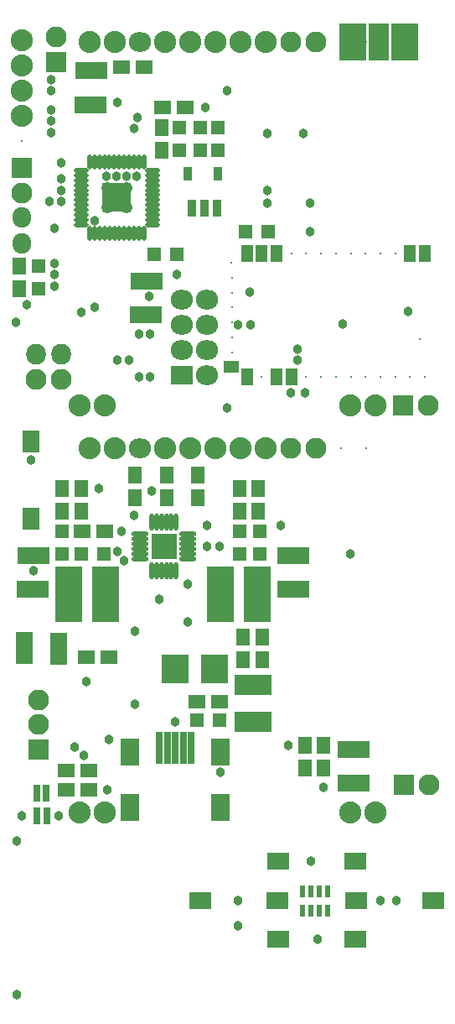
<source format=gts>
G04 Layer_Color=8388736*
%FSLAX24Y24*%
%MOIN*%
G70*
G01*
G75*
%ADD45R,0.0800X0.1450*%
%ADD46R,0.1050X0.1450*%
%ADD82R,0.1261X0.0671*%
%ADD83R,0.0680X0.0580*%
%ADD84R,0.0631X0.0480*%
%ADD85R,0.0080X0.0080*%
%ADD86R,0.0480X0.0680*%
%ADD87R,0.0080X0.0080*%
%ADD88R,0.0580X0.0580*%
%ADD89R,0.0867X0.0671*%
%ADD90R,0.0237X0.0474*%
%ADD91R,0.0580X0.0580*%
%ADD92R,0.0380X0.0552*%
%ADD93R,0.0356X0.0710*%
%ADD94R,0.0580X0.0680*%
%ADD95R,0.1180X0.1180*%
%ADD96O,0.0592X0.0178*%
%ADD97O,0.0178X0.0592*%
%ADD98R,0.0280X0.0680*%
%ADD99R,0.1064X0.2245*%
%ADD100R,0.0671X0.0867*%
%ADD101R,0.1064X0.1180*%
%ADD102R,0.1497X0.0789*%
%ADD103R,0.0671X0.1261*%
%ADD104R,0.1025X0.1025*%
%ADD105O,0.0178X0.0680*%
%ADD106O,0.0680X0.0178*%
%ADD107R,0.0780X0.1080*%
%ADD108R,0.0277X0.1300*%
%ADD109C,0.0830*%
%ADD110O,0.0780X0.0830*%
%ADD111C,0.0080*%
%ADD112R,0.0830X0.0830*%
%ADD113C,0.0830*%
%ADD114R,0.0830X0.0830*%
%ADD115O,0.0730X0.0830*%
%ADD116O,0.0880X0.0780*%
%ADD117R,0.0880X0.0780*%
%ADD118C,0.0880*%
%ADD119C,0.0080*%
%ADD120C,0.0380*%
%ADD121C,0.0480*%
%ADD122C,0.0580*%
D45*
X14750Y38525D02*
D03*
D46*
X15775D02*
D03*
X13725D02*
D03*
D82*
X3300Y37400D02*
D03*
X3290Y36042D02*
D03*
X5490Y27693D02*
D03*
X5500Y29051D02*
D03*
X990Y16793D02*
D03*
X1000Y18151D02*
D03*
X13740Y9092D02*
D03*
X13750Y10450D02*
D03*
X11340Y16792D02*
D03*
X11350Y18150D02*
D03*
D83*
X5400Y37550D02*
D03*
X4500D02*
D03*
X7050Y35950D02*
D03*
X6150D02*
D03*
X2950Y19100D02*
D03*
X3850D02*
D03*
X7500Y12350D02*
D03*
X8400D02*
D03*
X3100Y14100D02*
D03*
X4000D02*
D03*
X3200Y9600D02*
D03*
X2300D02*
D03*
Y8850D02*
D03*
X3200D02*
D03*
D84*
X8888Y25632D02*
D03*
D85*
X8908Y26223D02*
D03*
Y26813D02*
D03*
Y27404D02*
D03*
Y27994D02*
D03*
Y28585D02*
D03*
Y29175D02*
D03*
X8888Y29766D02*
D03*
D86*
X16584Y30150D02*
D03*
X15993D02*
D03*
X10678D02*
D03*
X10088D02*
D03*
X9497D02*
D03*
X9497Y25241D02*
D03*
X10678D02*
D03*
X11269D02*
D03*
D87*
X15993Y25250D02*
D03*
X16584D02*
D03*
X15403Y30150D02*
D03*
X14812D02*
D03*
X14222D02*
D03*
X13631D02*
D03*
X13041D02*
D03*
X12450D02*
D03*
X11859D02*
D03*
X11269D02*
D03*
X10088Y25241D02*
D03*
X11859D02*
D03*
X12450D02*
D03*
X13041D02*
D03*
X13631D02*
D03*
X14222D02*
D03*
X14812D02*
D03*
X15403D02*
D03*
D88*
X9450Y31000D02*
D03*
X10350D02*
D03*
X6700Y30100D02*
D03*
X5800D02*
D03*
X3800Y18200D02*
D03*
X2900D02*
D03*
X7500Y11600D02*
D03*
X8400D02*
D03*
D89*
X10700Y4450D02*
D03*
X7629D02*
D03*
X13821Y6000D02*
D03*
X10750D02*
D03*
X13821Y2900D02*
D03*
X10750D02*
D03*
X16921Y4450D02*
D03*
X13850D02*
D03*
D90*
X12050Y4798D02*
D03*
X11715D02*
D03*
X12719Y4050D02*
D03*
X12385D02*
D03*
X12050D02*
D03*
X11715D02*
D03*
X12719Y4798D02*
D03*
X12385D02*
D03*
D91*
X8350Y35150D02*
D03*
Y34250D02*
D03*
X7650Y35150D02*
D03*
Y34250D02*
D03*
X6800D02*
D03*
Y35150D02*
D03*
X2150Y18200D02*
D03*
Y19100D02*
D03*
X10000Y18200D02*
D03*
Y19100D02*
D03*
X9200D02*
D03*
Y18200D02*
D03*
X1200Y29650D02*
D03*
Y28750D02*
D03*
D92*
X8341Y33300D02*
D03*
X7159D02*
D03*
D93*
X7300Y31950D02*
D03*
X7800D02*
D03*
X8300D02*
D03*
D94*
X6100Y34250D02*
D03*
Y35150D02*
D03*
X12550Y10600D02*
D03*
Y9700D02*
D03*
X11800D02*
D03*
Y10600D02*
D03*
X2900Y20800D02*
D03*
Y19900D02*
D03*
X2150D02*
D03*
Y20800D02*
D03*
X9200D02*
D03*
Y19900D02*
D03*
X9950D02*
D03*
Y20800D02*
D03*
X10100Y14900D02*
D03*
Y14000D02*
D03*
X9350Y14900D02*
D03*
Y14000D02*
D03*
X6300Y20450D02*
D03*
Y21350D02*
D03*
X7550Y20450D02*
D03*
Y21350D02*
D03*
X5050Y20450D02*
D03*
Y21350D02*
D03*
X450Y29650D02*
D03*
Y28750D02*
D03*
D95*
X4327Y32364D02*
D03*
D96*
X5750Y33444D02*
D03*
Y33247D02*
D03*
Y33050D02*
D03*
Y32853D02*
D03*
Y32656D02*
D03*
Y32459D02*
D03*
Y32263D02*
D03*
Y32066D02*
D03*
Y31869D02*
D03*
Y31672D02*
D03*
Y31475D02*
D03*
Y31278D02*
D03*
X2910D02*
D03*
Y31475D02*
D03*
Y31672D02*
D03*
Y31869D02*
D03*
Y32066D02*
D03*
Y32263D02*
D03*
Y32459D02*
D03*
Y32656D02*
D03*
Y32853D02*
D03*
Y33050D02*
D03*
Y33247D02*
D03*
Y33444D02*
D03*
D97*
X5410Y30944D02*
D03*
X5213D02*
D03*
X5016D02*
D03*
X4819D02*
D03*
X4623D02*
D03*
X4426D02*
D03*
X4229D02*
D03*
X4032D02*
D03*
X3835D02*
D03*
X3638D02*
D03*
X3441D02*
D03*
X3245D02*
D03*
X3240Y33784D02*
D03*
X3437D02*
D03*
X3634D02*
D03*
X3831D02*
D03*
X4027D02*
D03*
X4224D02*
D03*
X4421D02*
D03*
X4618D02*
D03*
X4815D02*
D03*
X5012D02*
D03*
X5209D02*
D03*
X5405D02*
D03*
D98*
X1150Y7800D02*
D03*
X1530D02*
D03*
X1520Y8700D02*
D03*
X1140D02*
D03*
D99*
X2422Y16600D02*
D03*
X3878D02*
D03*
X9900D02*
D03*
X8443D02*
D03*
D100*
X900Y22671D02*
D03*
Y19600D02*
D03*
D101*
X6650Y13650D02*
D03*
X8200D02*
D03*
D102*
X9750Y11550D02*
D03*
X9740Y13017D02*
D03*
D103*
X642Y14460D02*
D03*
X2000Y14450D02*
D03*
D104*
X6200Y18500D02*
D03*
D105*
X5706Y19470D02*
D03*
X5903D02*
D03*
X6099D02*
D03*
X6296D02*
D03*
X6493D02*
D03*
X6690D02*
D03*
X6692Y17543D02*
D03*
X6495D02*
D03*
X6298D02*
D03*
X6102D02*
D03*
X5905D02*
D03*
X5708D02*
D03*
D106*
X7160Y18994D02*
D03*
Y18797D02*
D03*
Y18601D02*
D03*
Y18404D02*
D03*
Y18207D02*
D03*
Y18010D02*
D03*
X5230D02*
D03*
Y18207D02*
D03*
Y18404D02*
D03*
Y18601D02*
D03*
Y18797D02*
D03*
Y18994D02*
D03*
D107*
X8450Y8150D02*
D03*
X4850D02*
D03*
X8450Y10350D02*
D03*
X4850D02*
D03*
D108*
X6020Y10500D02*
D03*
X6340D02*
D03*
X6970D02*
D03*
X6650D02*
D03*
X7280D02*
D03*
D109*
X2100Y25150D02*
D03*
X1100D02*
D03*
X12250Y22400D02*
D03*
X11250D02*
D03*
X11250Y38550D02*
D03*
X12250D02*
D03*
D110*
X2100Y26150D02*
D03*
X1100D02*
D03*
D111*
X16377Y26750D02*
D03*
D112*
X15700Y24100D02*
D03*
X15750Y9050D02*
D03*
D113*
X16700Y24100D02*
D03*
X560Y32556D02*
D03*
X1900Y38750D02*
D03*
X16750Y9050D02*
D03*
X1200Y11450D02*
D03*
Y12424D02*
D03*
D114*
X550Y33550D02*
D03*
X1900Y37750D02*
D03*
X1200Y10436D02*
D03*
D115*
X560Y31562D02*
D03*
X550Y30548D02*
D03*
D116*
X6900Y28300D02*
D03*
X7900D02*
D03*
X6900Y27300D02*
D03*
X7900D02*
D03*
X6900Y26300D02*
D03*
X7900D02*
D03*
Y25300D02*
D03*
X5250Y38550D02*
D03*
X5250Y22400D02*
D03*
D117*
X6900Y25300D02*
D03*
D118*
X550Y38600D02*
D03*
Y37600D02*
D03*
Y36600D02*
D03*
Y35600D02*
D03*
X13600Y24100D02*
D03*
X14600D02*
D03*
X3850D02*
D03*
X2850D02*
D03*
X3250Y38550D02*
D03*
X4250D02*
D03*
X6250D02*
D03*
X7250D02*
D03*
X8250D02*
D03*
X9250D02*
D03*
X10250D02*
D03*
X13600Y7950D02*
D03*
X14600D02*
D03*
X3850D02*
D03*
X2850D02*
D03*
X3250Y22400D02*
D03*
X4250D02*
D03*
X6250D02*
D03*
X7250D02*
D03*
X8250D02*
D03*
X9250D02*
D03*
X10250D02*
D03*
D119*
X550Y34600D02*
D03*
X11250Y38550D02*
D03*
X12250D02*
D03*
X13250D02*
D03*
X14250D02*
D03*
X11250Y22400D02*
D03*
X12250D02*
D03*
X13250D02*
D03*
X14250D02*
D03*
D120*
X1850Y29750D02*
D03*
Y29300D02*
D03*
Y28850D02*
D03*
X5600Y28450D02*
D03*
X1850Y31150D02*
D03*
X1650Y32200D02*
D03*
X2100D02*
D03*
Y32650D02*
D03*
Y33100D02*
D03*
Y33750D02*
D03*
X12050Y6000D02*
D03*
X900Y21950D02*
D03*
X1000Y17550D02*
D03*
X5650Y26950D02*
D03*
Y25250D02*
D03*
X5006Y19744D02*
D03*
X11150Y10600D02*
D03*
X6000Y16400D02*
D03*
X12550Y8950D02*
D03*
X5050Y15150D02*
D03*
X8400Y18500D02*
D03*
X7900D02*
D03*
X5700Y20700D02*
D03*
X4350Y18300D02*
D03*
X4600Y17950D02*
D03*
X4350Y25900D02*
D03*
X4800D02*
D03*
X3450Y31450D02*
D03*
X1700Y34950D02*
D03*
Y35400D02*
D03*
Y35850D02*
D03*
X12000Y31000D02*
D03*
X11500Y26350D02*
D03*
X15900Y27850D02*
D03*
X9150Y4450D02*
D03*
X15450D02*
D03*
X12300Y2900D02*
D03*
X8700Y36600D02*
D03*
X13600Y18200D02*
D03*
X1700Y37050D02*
D03*
Y36600D02*
D03*
X5100Y33200D02*
D03*
X4700D02*
D03*
X4300D02*
D03*
X3900D02*
D03*
X4350Y36150D02*
D03*
X5150Y35550D02*
D03*
X5000Y35100D02*
D03*
X5200Y25250D02*
D03*
Y26950D02*
D03*
X2000Y7800D02*
D03*
X2650Y10550D02*
D03*
X3000Y10200D02*
D03*
X3950Y8850D02*
D03*
X6650Y11550D02*
D03*
X3600Y20800D02*
D03*
X3100Y13150D02*
D03*
X4000Y10850D02*
D03*
X7150Y17000D02*
D03*
Y15500D02*
D03*
X7900Y19350D02*
D03*
X10850D02*
D03*
X5050Y12250D02*
D03*
X550Y7800D02*
D03*
X4500Y19100D02*
D03*
X300Y27400D02*
D03*
X2900Y27800D02*
D03*
X3450Y28000D02*
D03*
X10300Y32150D02*
D03*
Y32650D02*
D03*
X9150Y3450D02*
D03*
X11250Y24600D02*
D03*
X9150Y27300D02*
D03*
X9650D02*
D03*
X11800Y24600D02*
D03*
X8700Y24000D02*
D03*
X7850Y35950D02*
D03*
X6700Y29300D02*
D03*
X350Y6800D02*
D03*
Y700D02*
D03*
X14800Y4450D02*
D03*
X8450Y9550D02*
D03*
X10300Y34900D02*
D03*
X11750D02*
D03*
X12000Y32150D02*
D03*
X13300Y27350D02*
D03*
X11500Y25900D02*
D03*
X9600Y28600D02*
D03*
X750Y28100D02*
D03*
D121*
X3955Y32734D02*
D03*
Y31984D02*
D03*
X4705D02*
D03*
Y32734D02*
D03*
D122*
X6200Y18500D02*
D03*
X14750Y38450D02*
D03*
X15750D02*
D03*
X13750D02*
D03*
M02*

</source>
